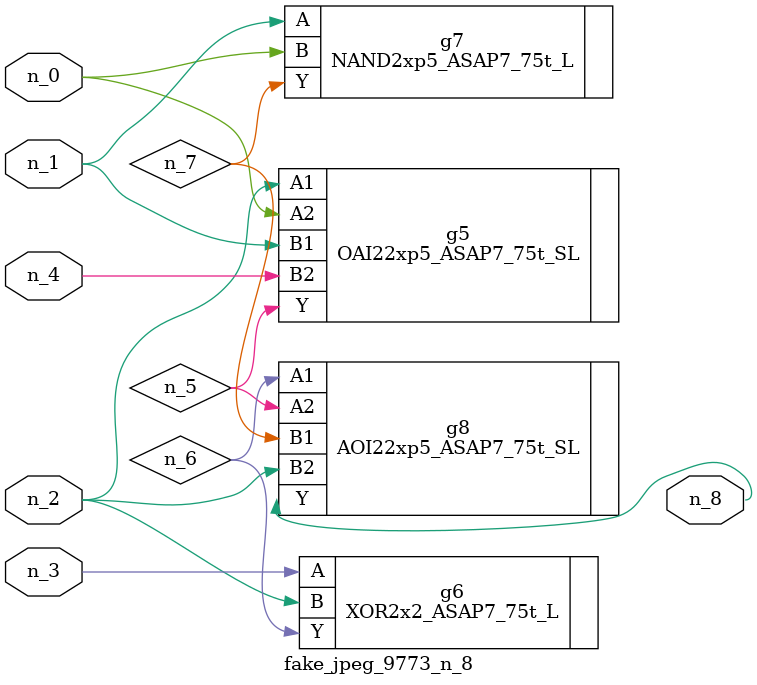
<source format=v>
module fake_jpeg_9773_n_8 (n_3, n_2, n_1, n_0, n_4, n_8);

input n_3;
input n_2;
input n_1;
input n_0;
input n_4;

output n_8;

wire n_6;
wire n_5;
wire n_7;

OAI22xp5_ASAP7_75t_SL g5 ( 
.A1(n_2),
.A2(n_0),
.B1(n_1),
.B2(n_4),
.Y(n_5)
);

XOR2x2_ASAP7_75t_L g6 ( 
.A(n_3),
.B(n_2),
.Y(n_6)
);

NAND2xp5_ASAP7_75t_L g7 ( 
.A(n_1),
.B(n_0),
.Y(n_7)
);

AOI22xp5_ASAP7_75t_SL g8 ( 
.A1(n_6),
.A2(n_5),
.B1(n_7),
.B2(n_2),
.Y(n_8)
);


endmodule
</source>
